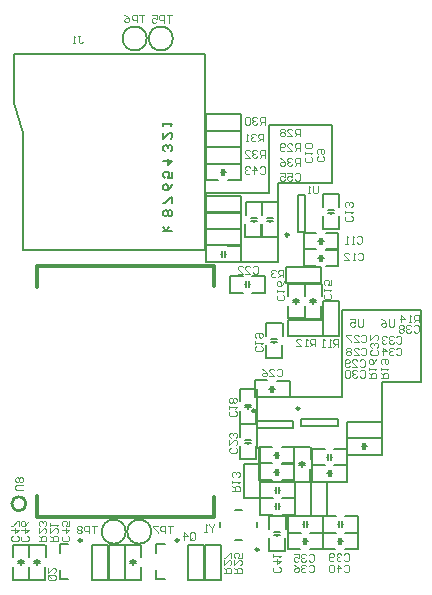
<source format=gbo>
G04*
G04 #@! TF.GenerationSoftware,Altium Limited,Altium Designer,23.5.1 (21)*
G04*
G04 Layer_Color=32896*
%FSLAX44Y44*%
%MOMM*%
G71*
G04*
G04 #@! TF.SameCoordinates,D8F5AE86-2F01-4A25-AC6E-D886633190FF*
G04*
G04*
G04 #@! TF.FilePolarity,Positive*
G04*
G01*
G75*
%ADD10C,0.2500*%
%ADD11C,0.2540*%
%ADD13C,0.2000*%
%ADD14C,0.2032*%
%ADD17C,0.1524*%
%ADD18C,0.1016*%
%ADD128C,0.3000*%
D10*
X207532Y148398D02*
G03*
X207532Y148398I-1250J0D01*
G01*
X244870Y150430D02*
G03*
X244870Y150430I-1250J0D01*
G01*
X235692Y297366D02*
G03*
X235692Y297366I-1250J0D01*
G01*
X60558Y38658D02*
G03*
X60558Y38658I-1250J0D01*
G01*
X142560D02*
G03*
X142560Y38658I-1250J0D01*
G01*
D11*
X210312Y30734D02*
G03*
X210312Y30734I-1270J0D01*
G01*
X13370Y69570D02*
G03*
X13370Y69570I-6010J0D01*
G01*
D13*
X208782Y133398D02*
X239782D01*
X208782Y139398D02*
X239782D01*
Y133398D02*
Y139398D01*
X208782Y133398D02*
Y139398D01*
X246120Y135430D02*
X277120D01*
X246120Y141430D02*
X277120D01*
Y135430D02*
Y141430D01*
X246120Y135430D02*
Y141430D01*
X249442Y299866D02*
Y330866D01*
X243442Y299866D02*
Y330866D01*
X249442D01*
X243442Y299866D02*
X249442D01*
X41808Y5658D02*
Y13658D01*
Y5658D02*
X48808D01*
X41808Y27658D02*
Y35658D01*
X48808D01*
X123810Y5658D02*
Y13658D01*
Y5658D02*
X130810D01*
X123810Y27658D02*
Y35658D01*
X130810D01*
D14*
X119380Y45974D02*
G03*
X119380Y45974I-10160J0D01*
G01*
X97790D02*
G03*
X97790Y45974I-10160J0D01*
G01*
X137668Y463550D02*
G03*
X137668Y463550I-10160J0D01*
G01*
X115570D02*
G03*
X115570Y463550I-10160J0D01*
G01*
D17*
X347726Y172974D02*
Y211074D01*
X314470Y172974D02*
X347726D01*
X314470Y111252D02*
Y172974D01*
X285260Y111252D02*
X314470D01*
X285260Y88410D02*
Y111252D01*
X211439Y88410D02*
X285260D01*
X211439D02*
Y116648D01*
X209032D02*
X211439D01*
X209032D02*
Y160274D01*
X280924D01*
Y233426D01*
X347726D01*
Y211074D02*
Y233426D01*
X271526Y92710D02*
Y97790D01*
X269494Y92710D02*
Y97790D01*
X268224Y95250D02*
X269494D01*
X271526D02*
X272796D01*
X285260Y88392D02*
Y102108D01*
X255760Y88392D02*
Y102108D01*
X274574D02*
X285242D01*
X274574Y88392D02*
X285242D01*
X255778Y102362D02*
X266446D01*
X255778Y88392D02*
X266446D01*
X271395Y106680D02*
Y111760D01*
X269363Y106680D02*
Y111760D01*
X268093Y109220D02*
X269363D01*
X271395D02*
X272665D01*
X285129Y102362D02*
Y116078D01*
X255629Y102362D02*
Y116078D01*
X274443D02*
X285111D01*
X274443Y102362D02*
X285111D01*
X255647Y116332D02*
X266315D01*
X255647Y102362D02*
X266315D01*
X227205Y64770D02*
Y69850D01*
X225173Y64770D02*
Y69850D01*
X223903Y67310D02*
X225173D01*
X227205D02*
X228475D01*
X240939Y60452D02*
Y74168D01*
X211439Y60452D02*
Y74168D01*
X230253D02*
X240921D01*
X230253Y60452D02*
X240921D01*
X211457Y74422D02*
X222125D01*
X211457Y60452D02*
X222125D01*
X227205Y78740D02*
Y83820D01*
X225173Y78740D02*
Y83820D01*
X223903Y81280D02*
X225173D01*
X227205D02*
X228475D01*
X240939Y74422D02*
Y88138D01*
X211439Y74422D02*
Y88138D01*
X230253D02*
X240921D01*
X230253Y74422D02*
X240921D01*
X211457Y88392D02*
X222125D01*
X211457Y74422D02*
X222125D01*
X226697Y94234D02*
Y99314D01*
X224665Y94234D02*
Y99314D01*
X223395Y96774D02*
X224665D01*
X226697D02*
X227967D01*
X240431Y89916D02*
Y103632D01*
X210931Y89916D02*
Y103632D01*
X229745D02*
X240413D01*
X229745Y89916D02*
X240413D01*
X210949Y103886D02*
X221617D01*
X210949Y89916D02*
X221617D01*
X226697Y108204D02*
Y113284D01*
X224665Y108204D02*
Y113284D01*
X223395Y110744D02*
X224665D01*
X226697D02*
X227967D01*
X240431Y103886D02*
Y117602D01*
X210931Y103886D02*
Y117602D01*
X229745D02*
X240413D01*
X229745Y103886D02*
X240413D01*
X210949Y117856D02*
X221617D01*
X210949Y103886D02*
X221617D01*
X300736Y115570D02*
Y120650D01*
X298704Y115570D02*
Y120650D01*
X297434Y118110D02*
X298704D01*
X300736D02*
X302006D01*
X314470Y111252D02*
Y124968D01*
X284970Y111252D02*
Y124968D01*
X303784D02*
X314452D01*
X303784Y111252D02*
X314452D01*
X284988Y125222D02*
X295656D01*
X284988Y111252D02*
X295656D01*
X284970Y125222D02*
X314470D01*
X284970D02*
Y138938D01*
X314470D01*
Y125222D02*
Y138938D01*
X244602Y102108D02*
X249682D01*
X244602Y104140D02*
X249682D01*
X247142D02*
Y105410D01*
Y100838D02*
Y102108D01*
X240284Y88374D02*
X254000D01*
X240284Y117874D02*
X254000D01*
Y88392D02*
Y99060D01*
X240284Y88392D02*
Y99060D01*
X254254Y107188D02*
Y117856D01*
X240284Y107188D02*
Y117856D01*
X272034Y340868D02*
Y344678D01*
X226568Y340868D02*
X272034D01*
X226568Y324866D02*
Y340868D01*
Y274352D02*
Y324866D01*
X165590Y274352D02*
X226568D01*
X165590D02*
Y332994D01*
X219202D01*
Y390398D01*
X272034D01*
Y344678D02*
Y390398D01*
X268986Y315976D02*
X274066D01*
X268986Y318008D02*
X274066D01*
X271526D02*
Y319278D01*
Y314706D02*
Y315976D01*
X264668Y302242D02*
X278384D01*
X264668Y331742D02*
X278384D01*
Y302260D02*
Y312928D01*
X264668Y302260D02*
Y312928D01*
X278638Y321056D02*
Y331724D01*
X264668Y321056D02*
Y331724D01*
X264142Y289262D02*
Y294342D01*
X262110Y289262D02*
Y294342D01*
X260840Y291802D02*
X262110D01*
X264142D02*
X265412D01*
X277876Y284944D02*
Y298660D01*
X248376Y284944D02*
Y298660D01*
X267190D02*
X277858D01*
X267190Y284944D02*
X277858D01*
X248394Y298914D02*
X259062D01*
X248394Y284944D02*
X259062D01*
X264142Y275292D02*
Y280372D01*
X262110Y275292D02*
Y280372D01*
X260840Y277832D02*
X262110D01*
X264142D02*
X265412D01*
X277876Y270974D02*
Y284690D01*
X248376Y270974D02*
Y284690D01*
X267190D02*
X277858D01*
X267190Y270974D02*
X277858D01*
X248394Y284944D02*
X259062D01*
X248394Y270974D02*
X259062D01*
X200034Y252760D02*
Y257840D01*
X202066Y252760D02*
Y257840D01*
Y255300D02*
X203336D01*
X198764D02*
X200034D01*
X186300Y248442D02*
Y262158D01*
X215800Y248442D02*
Y262158D01*
X186318Y248442D02*
X196986D01*
X186318Y262158D02*
X196986D01*
X205114Y248188D02*
X215782D01*
X205114Y262158D02*
X215782D01*
X233914Y270212D02*
X263414D01*
Y256496D02*
Y270212D01*
X233914Y256496D02*
X263414D01*
X233914D02*
Y270212D01*
X239776Y240284D02*
X244856D01*
X239776Y242316D02*
X244856D01*
X242316D02*
Y243586D01*
Y239014D02*
Y240284D01*
X235458Y226550D02*
X249174D01*
X235458Y256050D02*
X249174D01*
Y226568D02*
Y237236D01*
X235458Y226568D02*
Y237236D01*
X249428Y245364D02*
Y256032D01*
X235458Y245364D02*
Y256032D01*
X254000Y240155D02*
X259080D01*
X254000Y242187D02*
X259080D01*
X256540D02*
Y243457D01*
Y238885D02*
Y240155D01*
X249682Y226421D02*
X263398D01*
X249682Y255921D02*
X263398D01*
Y226439D02*
Y237107D01*
X249682Y226439D02*
Y237107D01*
X263652Y245235D02*
Y255903D01*
X249682Y245235D02*
Y255903D01*
X278638Y211439D02*
Y240939D01*
X264922Y211439D02*
X278638D01*
X264922D02*
Y240939D01*
X278638D01*
X235440Y211582D02*
X264940D01*
X235440D02*
Y225298D01*
X264940D01*
Y211582D02*
Y225298D01*
X221010Y206784D02*
X226090D01*
X221010Y208816D02*
X226090D01*
X223550D02*
Y210086D01*
Y205514D02*
Y206784D01*
X216692Y193050D02*
X230408D01*
X216692Y222550D02*
X230408D01*
Y193068D02*
Y203736D01*
X216692Y193068D02*
Y203736D01*
X230662Y211864D02*
Y222532D01*
X216692Y211864D02*
Y222532D01*
X222758Y164338D02*
Y169418D01*
X220726Y164338D02*
Y169418D01*
X219456Y166878D02*
X220726D01*
X222758D02*
X224028D01*
X236492Y160020D02*
Y173736D01*
X206992Y160020D02*
Y173736D01*
X225806D02*
X236474D01*
X225806Y160020D02*
X236474D01*
X207010Y173990D02*
X217678D01*
X207010Y160020D02*
X217678D01*
X198882Y151130D02*
X203962D01*
X198882Y153162D02*
X203962D01*
X201422D02*
Y154432D01*
Y149860D02*
Y151130D01*
X194564Y137396D02*
X208280D01*
X194564Y166896D02*
X208280D01*
Y137414D02*
Y148082D01*
X194564Y137414D02*
Y148082D01*
X208534Y156210D02*
Y166878D01*
X194564Y156210D02*
Y166878D01*
X198882Y121289D02*
X203962D01*
X198882Y123321D02*
X203962D01*
X201422D02*
Y124591D01*
Y120019D02*
Y121289D01*
X194564Y107555D02*
X208280D01*
X194564Y137055D02*
X208280D01*
Y107573D02*
Y118241D01*
X194564Y107573D02*
Y118241D01*
X208534Y126369D02*
Y137037D01*
X194564Y126369D02*
Y137037D01*
X211328Y74150D02*
Y103650D01*
X197612Y74150D02*
X211328D01*
X197612D02*
Y103650D01*
X211328D01*
X254508Y58910D02*
Y88410D01*
X240792Y58910D02*
X254508D01*
X240792D02*
Y88410D01*
X254508D01*
X268478Y58910D02*
Y88410D01*
X254762Y58910D02*
X268478D01*
X254762D02*
Y88410D01*
X268478D01*
X6495Y19154D02*
X11575D01*
X6495Y21186D02*
X11575D01*
X9035D02*
Y22456D01*
Y17884D02*
Y19154D01*
X2177Y5420D02*
X15893D01*
X2177Y34920D02*
X15893D01*
Y5438D02*
Y16106D01*
X2177Y5438D02*
Y16106D01*
X16147Y24234D02*
Y34902D01*
X2177Y24234D02*
Y34902D01*
X20465Y19154D02*
X25545D01*
X20465Y21186D02*
X25545D01*
X23005D02*
Y22456D01*
Y17884D02*
Y19154D01*
X16147Y5420D02*
X29863D01*
X16147Y34920D02*
X29863D01*
Y5438D02*
Y16106D01*
X16147Y5438D02*
Y16106D01*
X30117Y24234D02*
Y34902D01*
X16147Y24234D02*
Y34902D01*
X101600Y21186D02*
X106680D01*
X101600Y19154D02*
X106680D01*
X104140Y17884D02*
Y19154D01*
Y21186D02*
Y22456D01*
X97282Y34920D02*
X110998D01*
X97282Y5420D02*
X110998D01*
X97282Y24234D02*
Y34902D01*
X110998Y24234D02*
Y34902D01*
X97028Y5438D02*
Y16106D01*
X110998Y5438D02*
Y16106D01*
X83312Y5420D02*
Y34920D01*
X97028D01*
Y5420D02*
Y34920D01*
X83312Y5420D02*
X97028D01*
X83058D02*
Y34920D01*
X69342Y5420D02*
X83058D01*
X69342D02*
Y34920D01*
X83058D01*
X280545Y49530D02*
Y54610D01*
X278513Y49530D02*
Y54610D01*
X277243Y52070D02*
X278513D01*
X280545D02*
X281815D01*
X294279Y45212D02*
Y58928D01*
X264779Y45212D02*
Y58928D01*
X283593D02*
X294261D01*
X283593Y45212D02*
X294261D01*
X264797Y59182D02*
X275465D01*
X264797Y45212D02*
X275465D01*
X280416Y35560D02*
Y40640D01*
X278384Y35560D02*
Y40640D01*
X277114Y38100D02*
X278384D01*
X280416D02*
X281686D01*
X294150Y31242D02*
Y44958D01*
X264650Y31242D02*
Y44958D01*
X283464D02*
X294132D01*
X283464Y31242D02*
X294132D01*
X264668Y45212D02*
X275336D01*
X264668Y31242D02*
X275336D01*
X248920Y49530D02*
Y54610D01*
X250952Y49530D02*
Y54610D01*
Y52070D02*
X252222D01*
X247650D02*
X248920D01*
X235186Y45212D02*
Y58928D01*
X264686Y45212D02*
Y58928D01*
X235204Y45212D02*
X245872D01*
X235204Y58928D02*
X245872D01*
X254000Y44958D02*
X264668D01*
X254000Y58928D02*
X264668D01*
X248755Y35742D02*
Y40822D01*
X250787Y35742D02*
Y40822D01*
Y38282D02*
X252057D01*
X247485D02*
X248755D01*
X235021Y31424D02*
Y45140D01*
X264521Y31424D02*
Y45140D01*
X235039Y31424D02*
X245707D01*
X235039Y45140D02*
X245707D01*
X253835Y31170D02*
X264503D01*
X253835Y45140D02*
X264503D01*
X223520Y43434D02*
X228600D01*
X223520Y45466D02*
X228600D01*
X226060D02*
Y46736D01*
Y42164D02*
Y43434D01*
X219202Y29700D02*
X232918D01*
X219202Y59200D02*
X232918D01*
Y29718D02*
Y40386D01*
X219202Y29718D02*
Y40386D01*
X233172Y48514D02*
Y59182D01*
X219202Y48514D02*
Y59182D01*
X209296Y49530D02*
Y53848D01*
X189992Y64116D02*
X196342D01*
X189992Y39116D02*
X196342D01*
X177292Y49530D02*
Y53848D01*
X150622Y5420D02*
Y34920D01*
X164338D01*
Y5420D02*
Y34920D01*
X150622Y5420D02*
X164338D01*
X178308D02*
Y34920D01*
X164592Y5420D02*
X178308D01*
X164592D02*
Y34920D01*
X178308D01*
X2892Y409312D02*
X11020Y383658D01*
Y284754D02*
Y383912D01*
Y284754D02*
X165100D01*
Y450812D01*
X2892Y409312D02*
Y450812D01*
X165100D01*
X217170Y311150D02*
X222250D01*
X217170Y309118D02*
X222250D01*
X219710Y307848D02*
Y309118D01*
Y311150D02*
Y312420D01*
X212852Y324884D02*
X226568D01*
X212852Y295384D02*
X226568D01*
X212852Y314198D02*
Y324866D01*
X226568Y314198D02*
Y324866D01*
X212598Y295402D02*
Y306070D01*
X226568Y295402D02*
Y306070D01*
X203664Y311150D02*
X208744D01*
X203664Y309118D02*
X208744D01*
X206204Y307848D02*
Y309118D01*
Y311150D02*
Y312420D01*
X199346Y324884D02*
X213062D01*
X199346Y295384D02*
X213062D01*
X199346Y314198D02*
Y324866D01*
X213062Y314198D02*
Y324866D01*
X199092Y295402D02*
Y306070D01*
X213062Y295402D02*
Y306070D01*
X165590Y385572D02*
X195090D01*
X165590D02*
Y399288D01*
X195090D01*
Y385572D02*
Y399288D01*
X165590Y371602D02*
X195090D01*
X165590D02*
Y385318D01*
X195090D01*
Y371602D02*
Y385318D01*
X165590Y357632D02*
X195090D01*
X165590D02*
Y371348D01*
X195090D01*
Y357632D02*
Y371348D01*
X181356Y347980D02*
Y353060D01*
X179324Y347980D02*
Y353060D01*
X178054Y350520D02*
X179324D01*
X181356D02*
X182626D01*
X195090Y343662D02*
Y357378D01*
X165590Y343662D02*
Y357378D01*
X184404D02*
X195072D01*
X184404Y343662D02*
X195072D01*
X165608Y357632D02*
X176276D01*
X165608Y343662D02*
X176276D01*
X165590Y316262D02*
X195090D01*
X165590D02*
Y329978D01*
X195090D01*
Y316262D02*
Y329978D01*
X165590Y302292D02*
X195090D01*
X165590D02*
Y316008D01*
X195090D01*
Y302292D02*
Y316008D01*
X165590Y288322D02*
X195090D01*
X165590D02*
Y302038D01*
X195090D01*
Y288322D02*
Y302038D01*
X181485Y278670D02*
Y283750D01*
X179453Y278670D02*
Y283750D01*
X178183Y281210D02*
X179453D01*
X181485D02*
X182755D01*
X195219Y274352D02*
Y288068D01*
X165719Y274352D02*
Y288068D01*
X184533D02*
X195201D01*
X184533Y274352D02*
X195201D01*
X165737Y288322D02*
X176405D01*
X165737Y274352D02*
X176405D01*
X129540Y389754D02*
Y392293D01*
Y391024D01*
X137157D01*
X135888Y389754D01*
X129540Y383910D02*
Y378832D01*
X134618Y383910D01*
X135888D01*
X137157Y382641D01*
Y380102D01*
X135888Y378832D01*
Y368164D02*
X137157Y369434D01*
Y371973D01*
X135888Y373242D01*
X134618D01*
X133349Y371973D01*
Y370703D01*
Y371973D01*
X132079Y373242D01*
X130810D01*
X129540Y371973D01*
Y369434D01*
X130810Y368164D01*
X129540Y360035D02*
X137157D01*
X133349Y356226D01*
Y361304D01*
X137157Y350636D02*
Y345558D01*
X133349D01*
X134618Y348097D01*
Y349367D01*
X133349Y350636D01*
X130810D01*
X129540Y349367D01*
Y346828D01*
X130810Y345558D01*
X137157Y339968D02*
X135888Y337429D01*
X133349Y334890D01*
X130810D01*
X129540Y336160D01*
Y338699D01*
X130810Y339968D01*
X132079D01*
X133349Y338699D01*
Y334890D01*
X137157Y324222D02*
Y329300D01*
X135888D01*
X130810Y324222D01*
X129540D01*
X135888Y313046D02*
X137157Y314316D01*
Y316855D01*
X135888Y318124D01*
X134618D01*
X133349Y316855D01*
X132079Y318124D01*
X130810D01*
X129540Y316855D01*
Y314316D01*
X130810Y313046D01*
X132079D01*
X133349Y314316D01*
X134618Y313046D01*
X135888D01*
X133349Y314316D02*
Y316855D01*
X129540Y300350D02*
X137157D01*
X132079D02*
X134618Y304159D01*
X132079Y300350D02*
X129540Y304159D01*
D18*
X172888Y52450D02*
Y51392D01*
X170772Y49276D01*
X168656Y51392D01*
Y52450D01*
X170772Y49276D02*
Y46102D01*
X166540D02*
X164424D01*
X165482D01*
Y52450D01*
X166540Y51392D01*
X10794Y81324D02*
X5504D01*
X4446Y82382D01*
Y84498D01*
X5504Y85556D01*
X10794D01*
X9736Y87672D02*
X10794Y88730D01*
Y90846D01*
X9736Y91904D01*
X8678D01*
X7620Y90846D01*
X6562Y91904D01*
X5504D01*
X4446Y90846D01*
Y88730D01*
X5504Y87672D01*
X6562D01*
X7620Y88730D01*
X8678Y87672D01*
X9736D01*
X7620Y88730D02*
Y90846D01*
X324822Y225932D02*
Y220642D01*
X323764Y219584D01*
X321648D01*
X320590Y220642D01*
Y225932D01*
X314242D02*
X316358Y224874D01*
X318474Y222758D01*
Y220642D01*
X317416Y219584D01*
X315300D01*
X314242Y220642D01*
Y221700D01*
X315300Y222758D01*
X318474D01*
X298660Y225932D02*
Y220642D01*
X297602Y219584D01*
X295486D01*
X294428Y220642D01*
Y225932D01*
X288080D02*
X292312D01*
Y222758D01*
X290196Y223816D01*
X289138D01*
X288080Y222758D01*
Y220642D01*
X289138Y219584D01*
X291254D01*
X292312Y220642D01*
X260518Y338708D02*
Y333418D01*
X259460Y332360D01*
X257344D01*
X256286Y333418D01*
Y338708D01*
X254170Y332360D02*
X252054D01*
X253112D01*
Y338708D01*
X254170Y337650D01*
X73234Y50926D02*
X69002D01*
X71118D01*
Y44578D01*
X66886D02*
Y50926D01*
X63712D01*
X62654Y49868D01*
Y47752D01*
X63712Y46694D01*
X66886D01*
X60538Y49868D02*
X59480Y50926D01*
X57364D01*
X56306Y49868D01*
Y48810D01*
X57364Y47752D01*
X56306Y46694D01*
Y45636D01*
X57364Y44578D01*
X59480D01*
X60538Y45636D01*
Y46694D01*
X59480Y47752D01*
X60538Y48810D01*
Y49868D01*
X59480Y47752D02*
X57364D01*
X137750Y50926D02*
X133518D01*
X135634D01*
Y44578D01*
X131402D02*
Y50926D01*
X128228D01*
X127170Y49868D01*
Y47752D01*
X128228Y46694D01*
X131402D01*
X125054Y50926D02*
X120822D01*
Y49868D01*
X125054Y45636D01*
Y44578D01*
X113620Y483742D02*
X109388D01*
X111504D01*
Y477394D01*
X107272D02*
Y483742D01*
X104098D01*
X103040Y482684D01*
Y480568D01*
X104098Y479510D01*
X107272D01*
X96692Y483742D02*
X98808Y482684D01*
X100924Y480568D01*
Y478452D01*
X99866Y477394D01*
X97750D01*
X96692Y478452D01*
Y479510D01*
X97750Y480568D01*
X100924D01*
X136734Y483234D02*
X132502D01*
X134618D01*
Y476886D01*
X130386D02*
Y483234D01*
X127212D01*
X126154Y482176D01*
Y480060D01*
X127212Y479002D01*
X130386D01*
X119806Y483234D02*
X124038D01*
Y480060D01*
X121922Y481118D01*
X120864D01*
X119806Y480060D01*
Y477944D01*
X120864Y476886D01*
X122980D01*
X124038Y477944D01*
X245279Y355812D02*
Y362160D01*
X242105D01*
X241047Y361102D01*
Y358986D01*
X242105Y357928D01*
X245279D01*
X243163D02*
X241047Y355812D01*
X238931Y361102D02*
X237873Y362160D01*
X235757D01*
X234699Y361102D01*
Y360044D01*
X235757Y358986D01*
X236815D01*
X235757D01*
X234699Y357928D01*
Y356870D01*
X235757Y355812D01*
X237873D01*
X238931Y356870D01*
X228351Y362160D02*
X230467Y361102D01*
X232583Y358986D01*
Y356870D01*
X231525Y355812D01*
X229409D01*
X228351Y356870D01*
Y357928D01*
X229409Y358986D01*
X232583D01*
X215561Y362585D02*
Y368933D01*
X212387D01*
X211329Y367875D01*
Y365759D01*
X212387Y364701D01*
X215561D01*
X213445D02*
X211329Y362585D01*
X209213Y367875D02*
X208155Y368933D01*
X206039D01*
X204981Y367875D01*
Y366817D01*
X206039Y365759D01*
X207097D01*
X206039D01*
X204981Y364701D01*
Y363643D01*
X206039Y362585D01*
X208155D01*
X209213Y363643D01*
X198633Y362585D02*
X202865D01*
X198633Y366817D01*
Y367875D01*
X199691Y368933D01*
X201807D01*
X202865Y367875D01*
X214333Y376555D02*
Y382903D01*
X211159D01*
X210101Y381845D01*
Y379729D01*
X211159Y378671D01*
X214333D01*
X212217D02*
X210101Y376555D01*
X207985Y381845D02*
X206927Y382903D01*
X204811D01*
X203753Y381845D01*
Y380787D01*
X204811Y379729D01*
X205869D01*
X204811D01*
X203753Y378671D01*
Y377613D01*
X204811Y376555D01*
X206927D01*
X207985Y377613D01*
X201637Y376555D02*
X199521D01*
X200579D01*
Y382903D01*
X201637Y381845D01*
X215561Y390525D02*
Y396873D01*
X212387D01*
X211329Y395815D01*
Y393699D01*
X212387Y392641D01*
X215561D01*
X213445D02*
X211329Y390525D01*
X209213Y395815D02*
X208155Y396873D01*
X206039D01*
X204981Y395815D01*
Y394757D01*
X206039Y393699D01*
X207097D01*
X206039D01*
X204981Y392641D01*
Y391583D01*
X206039Y390525D01*
X208155D01*
X209213Y391583D01*
X202865Y395815D02*
X201807Y396873D01*
X199691D01*
X198633Y395815D01*
Y391583D01*
X199691Y390525D01*
X201807D01*
X202865Y391583D01*
Y395815D01*
X245279Y368343D02*
Y374691D01*
X242105D01*
X241047Y373633D01*
Y371517D01*
X242105Y370459D01*
X245279D01*
X243163D02*
X241047Y368343D01*
X234699D02*
X238931D01*
X234699Y372575D01*
Y373633D01*
X235757Y374691D01*
X237873D01*
X238931Y373633D01*
X232583Y369401D02*
X231525Y368343D01*
X229409D01*
X228351Y369401D01*
Y373633D01*
X229409Y374691D01*
X231525D01*
X232583Y373633D01*
Y372575D01*
X231525Y371517D01*
X228351D01*
X245279Y380873D02*
Y387221D01*
X242105D01*
X241047Y386163D01*
Y384047D01*
X242105Y382989D01*
X245279D01*
X243163D02*
X241047Y380873D01*
X234699D02*
X238931D01*
X234699Y385105D01*
Y386163D01*
X235757Y387221D01*
X237873D01*
X238931Y386163D01*
X232583D02*
X231525Y387221D01*
X229409D01*
X228351Y386163D01*
Y385105D01*
X229409Y384047D01*
X228351Y382989D01*
Y381931D01*
X229409Y380873D01*
X231525D01*
X232583Y381931D01*
Y382989D01*
X231525Y384047D01*
X232583Y385105D01*
Y386163D01*
X231525Y384047D02*
X229409D01*
X180722Y11348D02*
X187070D01*
Y14522D01*
X186012Y15580D01*
X183896D01*
X182838Y14522D01*
Y11348D01*
Y13464D02*
X180722Y15580D01*
Y21928D02*
Y17696D01*
X184954Y21928D01*
X186012D01*
X187070Y20870D01*
Y18754D01*
X186012Y17696D01*
X187070Y24044D02*
Y28276D01*
X186012D01*
X181780Y24044D01*
X180722D01*
X189612Y11348D02*
X195960D01*
Y14522D01*
X194902Y15580D01*
X192786D01*
X191728Y14522D01*
Y11348D01*
Y13464D02*
X189612Y15580D01*
Y21928D02*
Y17696D01*
X193844Y21928D01*
X194902D01*
X195960Y20870D01*
Y18754D01*
X194902Y17696D01*
X195960Y28276D02*
Y24044D01*
X192786D01*
X193844Y26160D01*
Y27218D01*
X192786Y28276D01*
X190670D01*
X189612Y27218D01*
Y25102D01*
X190670Y24044D01*
X24258Y38106D02*
X30606D01*
Y41280D01*
X29548Y42338D01*
X27432D01*
X26374Y41280D01*
Y38106D01*
Y40222D02*
X24258Y42338D01*
Y48686D02*
Y44454D01*
X28490Y48686D01*
X29548D01*
X30606Y47628D01*
Y45512D01*
X29548Y44454D01*
Y50802D02*
X30606Y51860D01*
Y53976D01*
X29548Y55034D01*
X28490D01*
X27432Y53976D01*
Y52918D01*
Y53976D01*
X26374Y55034D01*
X25316D01*
X24258Y53976D01*
Y51860D01*
X25316Y50802D01*
X34037Y38106D02*
X40385D01*
Y41280D01*
X39327Y42338D01*
X37211D01*
X36153Y41280D01*
Y38106D01*
Y40222D02*
X34037Y42338D01*
Y48686D02*
Y44454D01*
X38269Y48686D01*
X39327D01*
X40385Y47628D01*
Y45512D01*
X39327Y44454D01*
X34037Y50802D02*
Y52918D01*
Y51860D01*
X40385D01*
X39327Y50802D01*
X313818Y176469D02*
X320166D01*
Y179643D01*
X319108Y180701D01*
X316992D01*
X315934Y179643D01*
Y176469D01*
Y178585D02*
X313818Y180701D01*
Y182817D02*
Y184933D01*
Y183875D01*
X320166D01*
X319108Y182817D01*
X314876Y188107D02*
X313818Y189165D01*
Y191281D01*
X314876Y192339D01*
X319108D01*
X320166Y191281D01*
Y189165D01*
X319108Y188107D01*
X318050D01*
X316992Y189165D01*
Y192339D01*
X303618Y176469D02*
X309966D01*
Y179643D01*
X308908Y180701D01*
X306792D01*
X305734Y179643D01*
Y176469D01*
Y178585D02*
X303618Y180701D01*
Y182817D02*
Y184933D01*
Y183875D01*
X309966D01*
X308908Y182817D01*
X309966Y192339D02*
X308908Y190223D01*
X306792Y188107D01*
X304676D01*
X303618Y189165D01*
Y191281D01*
X304676Y192339D01*
X305734D01*
X306792Y191281D01*
Y188107D01*
X345776Y223140D02*
Y229488D01*
X342602D01*
X341544Y228430D01*
Y226314D01*
X342602Y225256D01*
X345776D01*
X343660D02*
X341544Y223140D01*
X339428D02*
X337312D01*
X338370D01*
Y229488D01*
X339428Y228430D01*
X330964Y223140D02*
Y229488D01*
X334138Y226314D01*
X329906D01*
X187834Y80711D02*
X194182D01*
Y83885D01*
X193124Y84943D01*
X191008D01*
X189950Y83885D01*
Y80711D01*
Y82827D02*
X187834Y84943D01*
Y87059D02*
Y89175D01*
Y88117D01*
X194182D01*
X193124Y87059D01*
Y92349D02*
X194182Y93407D01*
Y95523D01*
X193124Y96581D01*
X192066D01*
X191008Y95523D01*
Y94465D01*
Y95523D01*
X189950Y96581D01*
X188892D01*
X187834Y95523D01*
Y93407D01*
X188892Y92349D01*
X258125Y203074D02*
Y209422D01*
X254951D01*
X253893Y208364D01*
Y206248D01*
X254951Y205190D01*
X258125D01*
X256009D02*
X253893Y203074D01*
X251777D02*
X249661D01*
X250719D01*
Y209422D01*
X251777Y208364D01*
X242255Y203074D02*
X246487D01*
X242255Y207306D01*
Y208364D01*
X243313Y209422D01*
X245429D01*
X246487Y208364D01*
X277895Y202566D02*
Y208914D01*
X274721D01*
X273663Y207856D01*
Y205740D01*
X274721Y204682D01*
X277895D01*
X275779D02*
X273663Y202566D01*
X271547D02*
X269431D01*
X270489D01*
Y208914D01*
X271547Y207856D01*
X266257Y202566D02*
X264141D01*
X265199D01*
Y208914D01*
X266257Y207856D01*
X231350Y261494D02*
Y267842D01*
X228176D01*
X227118Y266784D01*
Y264668D01*
X228176Y263610D01*
X231350D01*
X229234D02*
X227118Y261494D01*
X225002Y266784D02*
X223944Y267842D01*
X221828D01*
X220770Y266784D01*
Y265726D01*
X221828Y264668D01*
X222886D01*
X221828D01*
X220770Y263610D01*
Y262552D01*
X221828Y261494D01*
X223944D01*
X225002Y262552D01*
X152442Y40048D02*
Y44280D01*
X153500Y45338D01*
X155616D01*
X156674Y44280D01*
Y40048D01*
X155616Y38990D01*
X153500D01*
X154558Y41106D02*
X152442Y38990D01*
X153500D02*
X152442Y40048D01*
X147152Y38990D02*
Y45338D01*
X150326Y42164D01*
X146094D01*
X33190Y9102D02*
X37422D01*
X38480Y8044D01*
Y5928D01*
X37422Y4870D01*
X33190D01*
X32132Y5928D01*
Y8044D01*
X34248Y6986D02*
X32132Y9102D01*
Y8044D02*
X33190Y9102D01*
X32132Y15450D02*
Y11218D01*
X36364Y15450D01*
X37422D01*
X38480Y14392D01*
Y12276D01*
X37422Y11218D01*
X57150Y465708D02*
X59266D01*
X58208D01*
Y460418D01*
X59266Y459360D01*
X60324D01*
X61382Y460418D01*
X55034Y459360D02*
X52918D01*
X53976D01*
Y465708D01*
X55034Y464650D01*
X240960Y348572D02*
X242018Y349630D01*
X244134D01*
X245192Y348572D01*
Y344340D01*
X244134Y343282D01*
X242018D01*
X240960Y344340D01*
X234612Y349630D02*
X238844D01*
Y346456D01*
X236728Y347514D01*
X235670D01*
X234612Y346456D01*
Y344340D01*
X235670Y343282D01*
X237786D01*
X238844Y344340D01*
X228264Y349630D02*
X232496D01*
Y346456D01*
X230380Y347514D01*
X229322D01*
X228264Y346456D01*
Y344340D01*
X229322Y343282D01*
X231438D01*
X232496Y344340D01*
X6180Y42338D02*
X7238Y41280D01*
Y39164D01*
X6180Y38106D01*
X1948D01*
X890Y39164D01*
Y41280D01*
X1948Y42338D01*
X890Y47628D02*
X7238D01*
X4064Y44454D01*
Y48686D01*
X7238Y50802D02*
Y55034D01*
X6180D01*
X1948Y50802D01*
X890D01*
X14592Y42338D02*
X15650Y41280D01*
Y39164D01*
X14592Y38106D01*
X10360D01*
X9302Y39164D01*
Y41280D01*
X10360Y42338D01*
X9302Y47628D02*
X15650D01*
X12476Y44454D01*
Y48686D01*
X15650Y55034D02*
X14592Y52918D01*
X12476Y50802D01*
X10360D01*
X9302Y51860D01*
Y53976D01*
X10360Y55034D01*
X11418D01*
X12476Y53976D01*
Y50802D01*
X49106Y42338D02*
X50164Y41280D01*
Y39164D01*
X49106Y38106D01*
X44874D01*
X43816Y39164D01*
Y41280D01*
X44874Y42338D01*
X43816Y47628D02*
X50164D01*
X46990Y44454D01*
Y48686D01*
X50164Y55034D02*
Y50802D01*
X46990D01*
X48048Y52918D01*
Y53976D01*
X46990Y55034D01*
X44874D01*
X43816Y53976D01*
Y51860D01*
X44874Y50802D01*
X211329Y354159D02*
X212387Y355217D01*
X214503D01*
X215561Y354159D01*
Y349927D01*
X214503Y348869D01*
X212387D01*
X211329Y349927D01*
X206039Y348869D02*
Y355217D01*
X209213Y352043D01*
X204981D01*
X202865Y354159D02*
X201807Y355217D01*
X199691D01*
X198633Y354159D01*
Y353101D01*
X199691Y352043D01*
X200749D01*
X199691D01*
X198633Y350985D01*
Y349927D01*
X199691Y348869D01*
X201807D01*
X202865Y349927D01*
X227922Y16130D02*
X228980Y15072D01*
Y12956D01*
X227922Y11898D01*
X223690D01*
X222632Y12956D01*
Y15072D01*
X223690Y16130D01*
X222632Y21420D02*
X228980D01*
X225806Y18246D01*
Y22478D01*
X222632Y24594D02*
Y26710D01*
Y25652D01*
X228980D01*
X227922Y24594D01*
X282616Y17102D02*
X283674Y18160D01*
X285790D01*
X286848Y17102D01*
Y12870D01*
X285790Y11812D01*
X283674D01*
X282616Y12870D01*
X277326Y11812D02*
Y18160D01*
X280500Y14986D01*
X276268D01*
X274152Y17102D02*
X273094Y18160D01*
X270978D01*
X269920Y17102D01*
Y12870D01*
X270978Y11812D01*
X273094D01*
X274152Y12870D01*
Y17102D01*
X282616Y26500D02*
X283674Y27558D01*
X285790D01*
X286848Y26500D01*
Y22268D01*
X285790Y21210D01*
X283674D01*
X282616Y22268D01*
X280500Y26500D02*
X279442Y27558D01*
X277326D01*
X276268Y26500D01*
Y25442D01*
X277326Y24384D01*
X278384D01*
X277326D01*
X276268Y23326D01*
Y22268D01*
X277326Y21210D01*
X279442D01*
X280500Y22268D01*
X274152D02*
X273094Y21210D01*
X270978D01*
X269920Y22268D01*
Y26500D01*
X270978Y27558D01*
X273094D01*
X274152Y26500D01*
Y25442D01*
X273094Y24384D01*
X269920D01*
X341544Y219794D02*
X342602Y220852D01*
X344718D01*
X345776Y219794D01*
Y215562D01*
X344718Y214504D01*
X342602D01*
X341544Y215562D01*
X339428Y219794D02*
X338370Y220852D01*
X336254D01*
X335196Y219794D01*
Y218736D01*
X336254Y217678D01*
X337312D01*
X336254D01*
X335196Y216620D01*
Y215562D01*
X336254Y214504D01*
X338370D01*
X339428Y215562D01*
X333080Y219794D02*
X332022Y220852D01*
X329906D01*
X328848Y219794D01*
Y218736D01*
X329906Y217678D01*
X328848Y216620D01*
Y215562D01*
X329906Y214504D01*
X332022D01*
X333080Y215562D01*
Y216620D01*
X332022Y217678D01*
X333080Y218736D01*
Y219794D01*
X332022Y217678D02*
X329906D01*
X252644Y17102D02*
X253702Y18160D01*
X255818D01*
X256876Y17102D01*
Y12870D01*
X255818Y11812D01*
X253702D01*
X252644Y12870D01*
X250528Y17102D02*
X249470Y18160D01*
X247354D01*
X246296Y17102D01*
Y16044D01*
X247354Y14986D01*
X248412D01*
X247354D01*
X246296Y13928D01*
Y12870D01*
X247354Y11812D01*
X249470D01*
X250528Y12870D01*
X239948Y18160D02*
X242064Y17102D01*
X244180Y14986D01*
Y12870D01*
X243122Y11812D01*
X241006D01*
X239948Y12870D01*
Y13928D01*
X241006Y14986D01*
X244180D01*
X252644Y25992D02*
X253702Y27050D01*
X255818D01*
X256876Y25992D01*
Y21760D01*
X255818Y20702D01*
X253702D01*
X252644Y21760D01*
X250528Y25992D02*
X249470Y27050D01*
X247354D01*
X246296Y25992D01*
Y24934D01*
X247354Y23876D01*
X248412D01*
X247354D01*
X246296Y22818D01*
Y21760D01*
X247354Y20702D01*
X249470D01*
X250528Y21760D01*
X239948Y27050D02*
X244180D01*
Y23876D01*
X242064Y24934D01*
X241006D01*
X239948Y23876D01*
Y21760D01*
X241006Y20702D01*
X243122D01*
X244180Y21760D01*
X327066Y200661D02*
X328124Y201719D01*
X330240D01*
X331298Y200661D01*
Y196429D01*
X330240Y195371D01*
X328124D01*
X327066Y196429D01*
X324950Y200661D02*
X323892Y201719D01*
X321776D01*
X320718Y200661D01*
Y199603D01*
X321776Y198545D01*
X322834D01*
X321776D01*
X320718Y197487D01*
Y196429D01*
X321776Y195371D01*
X323892D01*
X324950Y196429D01*
X315428Y195371D02*
Y201719D01*
X318602Y198545D01*
X314370D01*
X327066Y210396D02*
X328124Y211454D01*
X330240D01*
X331298Y210396D01*
Y206164D01*
X330240Y205106D01*
X328124D01*
X327066Y206164D01*
X324950Y210396D02*
X323892Y211454D01*
X321776D01*
X320718Y210396D01*
Y209338D01*
X321776Y208280D01*
X322834D01*
X321776D01*
X320718Y207222D01*
Y206164D01*
X321776Y205106D01*
X323892D01*
X324950Y206164D01*
X318602Y210396D02*
X317544Y211454D01*
X315428D01*
X314370Y210396D01*
Y209338D01*
X315428Y208280D01*
X316486D01*
X315428D01*
X314370Y207222D01*
Y206164D01*
X315428Y205106D01*
X317544D01*
X318602Y206164D01*
X310218Y199603D02*
X311276Y198545D01*
Y196429D01*
X310218Y195371D01*
X305986D01*
X304928Y196429D01*
Y198545D01*
X305986Y199603D01*
X310218Y201719D02*
X311276Y202777D01*
Y204893D01*
X310218Y205951D01*
X309160D01*
X308102Y204893D01*
Y203835D01*
Y204893D01*
X307044Y205951D01*
X305986D01*
X304928Y204893D01*
Y202777D01*
X305986Y201719D01*
X304928Y212299D02*
Y208067D01*
X309160Y212299D01*
X310218D01*
X311276Y211241D01*
Y209125D01*
X310218Y208067D01*
X296078Y181759D02*
X297136Y182817D01*
X299252D01*
X300310Y181759D01*
Y177527D01*
X299252Y176469D01*
X297136D01*
X296078Y177527D01*
X293962Y181759D02*
X292904Y182817D01*
X290788D01*
X289730Y181759D01*
Y180701D01*
X290788Y179643D01*
X291846D01*
X290788D01*
X289730Y178585D01*
Y177527D01*
X290788Y176469D01*
X292904D01*
X293962Y177527D01*
X287614Y181759D02*
X286556Y182817D01*
X284440D01*
X283382Y181759D01*
Y177527D01*
X284440Y176469D01*
X286556D01*
X287614Y177527D01*
Y181759D01*
X295824Y190838D02*
X296882Y191896D01*
X298998D01*
X300056Y190838D01*
Y186606D01*
X298998Y185548D01*
X296882D01*
X295824Y186606D01*
X289476Y185548D02*
X293708D01*
X289476Y189780D01*
Y190838D01*
X290534Y191896D01*
X292650D01*
X293708Y190838D01*
X287360Y186606D02*
X286302Y185548D01*
X284186D01*
X283128Y186606D01*
Y190838D01*
X284186Y191896D01*
X286302D01*
X287360Y190838D01*
Y189780D01*
X286302Y188722D01*
X283128D01*
X297012Y200661D02*
X298070Y201719D01*
X300186D01*
X301244Y200661D01*
Y196429D01*
X300186Y195371D01*
X298070D01*
X297012Y196429D01*
X290664Y195371D02*
X294896D01*
X290664Y199603D01*
Y200661D01*
X291722Y201719D01*
X293838D01*
X294896Y200661D01*
X288548D02*
X287490Y201719D01*
X285374D01*
X284316Y200661D01*
Y199603D01*
X285374Y198545D01*
X284316Y197487D01*
Y196429D01*
X285374Y195371D01*
X287490D01*
X288548Y196429D01*
Y197487D01*
X287490Y198545D01*
X288548Y199603D01*
Y200661D01*
X287490Y198545D02*
X285374D01*
X297057Y211483D02*
X298115Y212540D01*
X300231D01*
X301289Y211483D01*
Y207250D01*
X300231Y206192D01*
X298115D01*
X297057Y207250D01*
X290709Y206192D02*
X294941D01*
X290709Y210424D01*
Y211483D01*
X291767Y212540D01*
X293883D01*
X294941Y211483D01*
X288593Y212540D02*
X284361D01*
Y211483D01*
X288593Y207250D01*
Y206192D01*
X225720Y182710D02*
X226778Y183768D01*
X228894D01*
X229952Y182710D01*
Y178478D01*
X228894Y177420D01*
X226778D01*
X225720Y178478D01*
X219372Y177420D02*
X223604D01*
X219372Y181652D01*
Y182710D01*
X220430Y183768D01*
X222546D01*
X223604Y182710D01*
X213024Y183768D02*
X215140Y182710D01*
X217256Y180594D01*
Y178478D01*
X216198Y177420D01*
X214082D01*
X213024Y178478D01*
Y179536D01*
X214082Y180594D01*
X217256D01*
X190838Y117180D02*
X191896Y116122D01*
Y114006D01*
X190838Y112948D01*
X186606D01*
X185548Y114006D01*
Y116122D01*
X186606Y117180D01*
X185548Y123528D02*
Y119296D01*
X189780Y123528D01*
X190838D01*
X191896Y122470D01*
Y120354D01*
X190838Y119296D01*
Y125644D02*
X191896Y126702D01*
Y128818D01*
X190838Y129876D01*
X189780D01*
X188722Y128818D01*
Y127760D01*
Y128818D01*
X187664Y129876D01*
X186606D01*
X185548Y128818D01*
Y126702D01*
X186606Y125644D01*
X205400Y269832D02*
X206458Y270890D01*
X208574D01*
X209632Y269832D01*
Y265600D01*
X208574Y264542D01*
X206458D01*
X205400Y265600D01*
X199052Y264542D02*
X203284D01*
X199052Y268774D01*
Y269832D01*
X200110Y270890D01*
X202226D01*
X203284Y269832D01*
X192704Y264542D02*
X196936D01*
X192704Y268774D01*
Y269832D01*
X193762Y270890D01*
X195878D01*
X196936Y269832D01*
X212682Y202799D02*
X213740Y201741D01*
Y199625D01*
X212682Y198567D01*
X208450D01*
X207392Y199625D01*
Y201741D01*
X208450Y202799D01*
X207392Y204915D02*
Y207031D01*
Y205973D01*
X213740D01*
X212682Y204915D01*
X208450Y210205D02*
X207392Y211263D01*
Y213379D01*
X208450Y214437D01*
X212682D01*
X213740Y213379D01*
Y211263D01*
X212682Y210205D01*
X211624D01*
X210566Y211263D01*
Y214437D01*
X190584Y147935D02*
X191642Y146877D01*
Y144761D01*
X190584Y143703D01*
X186352D01*
X185294Y144761D01*
Y146877D01*
X186352Y147935D01*
X185294Y150051D02*
Y152167D01*
Y151109D01*
X191642D01*
X190584Y150051D01*
Y155341D02*
X191642Y156399D01*
Y158515D01*
X190584Y159573D01*
X189526D01*
X188468Y158515D01*
X187410Y159573D01*
X186352D01*
X185294Y158515D01*
Y156399D01*
X186352Y155341D01*
X187410D01*
X188468Y156399D01*
X189526Y155341D01*
X190584D01*
X188468Y156399D02*
Y158515D01*
X230970Y246487D02*
X232028Y245429D01*
Y243313D01*
X230970Y242255D01*
X226738D01*
X225680Y243313D01*
Y245429D01*
X226738Y246487D01*
X225680Y248603D02*
Y250719D01*
Y249661D01*
X232028D01*
X230970Y248603D01*
X232028Y258125D02*
X230970Y256009D01*
X228854Y253893D01*
X226738D01*
X225680Y254951D01*
Y257067D01*
X226738Y258125D01*
X227796D01*
X228854Y257067D01*
Y253893D01*
X270848Y247249D02*
X271906Y246191D01*
Y244075D01*
X270848Y243017D01*
X266616D01*
X265558Y244075D01*
Y246191D01*
X266616Y247249D01*
X265558Y249365D02*
Y251481D01*
Y250423D01*
X271906D01*
X270848Y249365D01*
X271906Y258887D02*
Y254655D01*
X268732D01*
X269790Y256771D01*
Y257829D01*
X268732Y258887D01*
X266616D01*
X265558Y257829D01*
Y255713D01*
X266616Y254655D01*
X288882Y313289D02*
X289940Y312231D01*
Y310115D01*
X288882Y309057D01*
X284650D01*
X283592Y310115D01*
Y312231D01*
X284650Y313289D01*
X283592Y315405D02*
Y317521D01*
Y316463D01*
X289940D01*
X288882Y315405D01*
Y320695D02*
X289940Y321753D01*
Y323869D01*
X288882Y324927D01*
X287824D01*
X286766Y323869D01*
Y322811D01*
Y323869D01*
X285708Y324927D01*
X284650D01*
X283592Y323869D01*
Y321753D01*
X284650Y320695D01*
X294218Y281134D02*
X295276Y282192D01*
X297392D01*
X298450Y281134D01*
Y276902D01*
X297392Y275844D01*
X295276D01*
X294218Y276902D01*
X292102Y275844D02*
X289986D01*
X291044D01*
Y282192D01*
X292102Y281134D01*
X282580Y275844D02*
X286812D01*
X282580Y280076D01*
Y281134D01*
X283638Y282192D01*
X285754D01*
X286812Y281134D01*
X293202Y295104D02*
X294260Y296162D01*
X296376D01*
X297434Y295104D01*
Y290872D01*
X296376Y289814D01*
X294260D01*
X293202Y290872D01*
X291086Y289814D02*
X288970D01*
X290028D01*
Y296162D01*
X291086Y295104D01*
X285796Y289814D02*
X283680D01*
X284738D01*
Y296162D01*
X285796Y295104D01*
X254846Y363327D02*
X255904Y362269D01*
Y360153D01*
X254846Y359095D01*
X250614D01*
X249556Y360153D01*
Y362269D01*
X250614Y363327D01*
X249556Y365443D02*
Y367559D01*
Y366501D01*
X255904D01*
X254846Y365443D01*
Y370733D02*
X255904Y371791D01*
Y373907D01*
X254846Y374965D01*
X250614D01*
X249556Y373907D01*
Y371791D01*
X250614Y370733D01*
X254846D01*
X265006Y363686D02*
X266064Y362628D01*
Y360512D01*
X265006Y359454D01*
X260774D01*
X259716Y360512D01*
Y362628D01*
X260774Y363686D01*
Y365802D02*
X259716Y366860D01*
Y368976D01*
X260774Y370034D01*
X265006D01*
X266064Y368976D01*
Y366860D01*
X265006Y365802D01*
X263948D01*
X262890Y366860D01*
Y370034D01*
D128*
X22860Y58820D02*
X172860D01*
X22860Y271070D02*
X172860D01*
X22860Y58820D02*
Y75820D01*
Y253320D02*
Y271070D01*
X172860Y254320D02*
Y271070D01*
Y58820D02*
Y75570D01*
M02*

</source>
